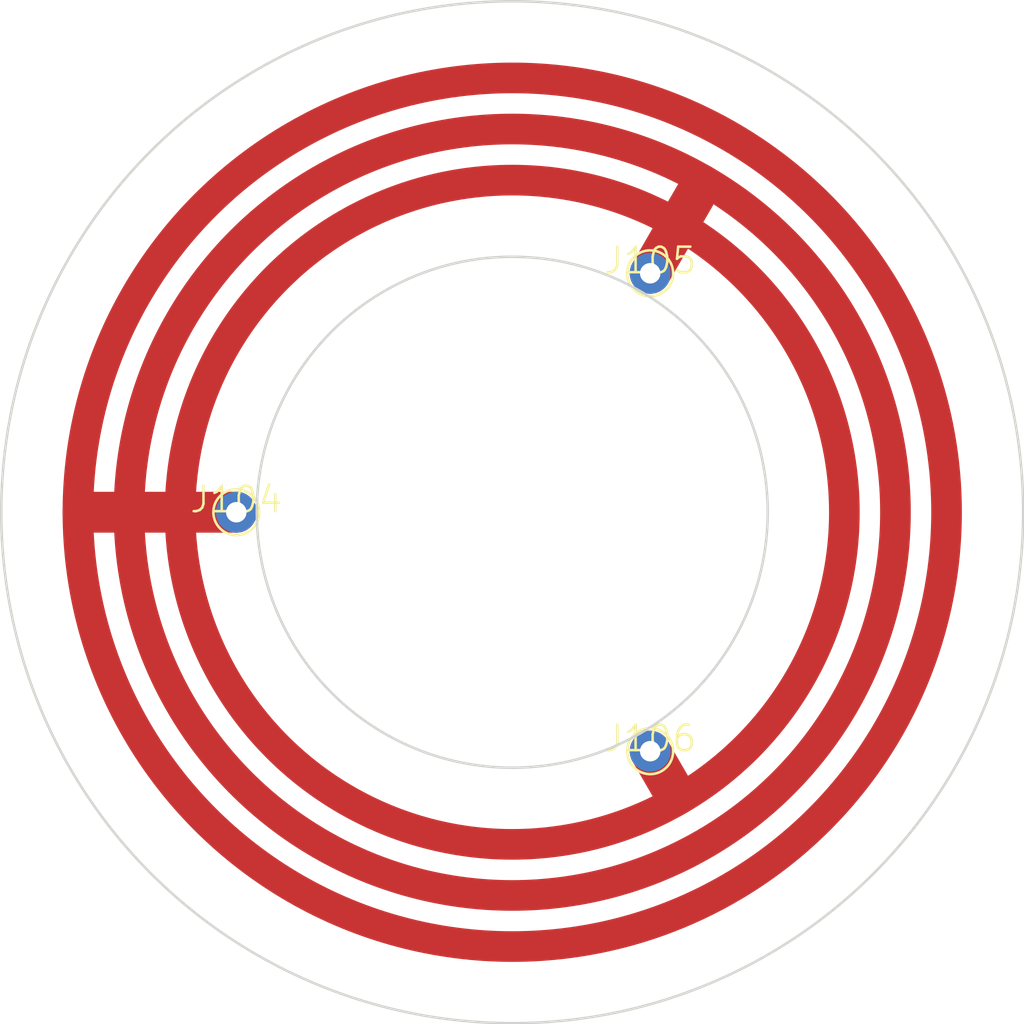
<source format=kicad_pcb>
(kicad_pcb (version 20221018) (generator pcbnew)
  (layers (0 "F.Cu" signal) (31 "B.Cu" signal) (34 "B.Paste" user) (35 "F.Paste" user) (36 "B.SilkS" user "B.Silkscreen") (37 "F.SilkS" user "F.Silkscreen") (38 "B.Mask" user) (39 "F.Mask" user) (44 "Edge.Cuts" user))
  (net 0 "")
  (footprint "my_1.6mm_pad:my_1.6mm_pad" (layer "F.Cu") (at 39.2 50)
    (fp_text reference "J104" (at 0 -0.5 unlocked) (layer "F.SilkS") (effects (font (thickness 0.1))))
    (fp_text value "Conn_01x01_Pin")
    (fp_circle (center 0 0) (end 0.635 -0.635) (stroke (width 0.1)) (fill none) (layer "F.SilkS"))
    (pad "1" thru_hole circle (at 0 0) (size 1.6 1.6) (drill 0.8) (layers "*.Cu" "*.Mask"))
  )
  (footprint "my_1.6mm_pad:my_1.6mm_pad" (layer "F.Cu") (at 55.4 40.647)
    (fp_text reference "J105" (at 0 -0.5 unlocked) (layer "F.SilkS") (effects (font (thickness 0.1))))
    (fp_text value "Conn_01x01_Pin")
    (fp_circle (center 0 0) (end 0.635 -0.635) (stroke (width 0.1)) (fill none) (layer "F.SilkS"))
    (pad "1" thru_hole circle (at 0 0) (size 1.6 1.6) (drill 0.8) (layers "*.Cu" "*.Mask"))
  )
  (footprint "my_1.6mm_pad:my_1.6mm_pad" (layer "F.Cu") (at 55.4 59.353)
    (fp_text reference "J106" (at 0 -0.5 unlocked) (layer "F.SilkS") (effects (font (thickness 0.1))))
    (fp_text value "Conn_01x01_Pin")
    (fp_circle (center 0 0) (end 0.635 -0.635) (stroke (width 0.1)) (fill none) (layer "F.SilkS"))
    (pad "1" thru_hole circle (at 0 0) (size 1.6 1.6) (drill 0.8) (layers "*.Cu" "*.Mask"))
  )
  (gr_line (start 55.4 59.353) (end 56.4 61.085) (stroke (width 1.6)) (layer "F.Cu"))
  (gr_circle (center 50 50) (end 67 50) (stroke (width 1.2)) (fill none) (layer "F.Cu"))
  (gr_line (start 55.4 40.647) (end 57.4 37.183) (stroke (width 1.6)) (layer "F.Cu"))
  (gr_circle (center 50 50) (end 65 50) (stroke (width 1.2)) (fill none) (layer "F.Cu"))
  (gr_line (start 39.2 50) (end 33.2 50) (stroke (width 1.6)) (layer "F.Cu"))
  (gr_circle (center 50 50) (end 63 50) (stroke (width 1.2)) (fill none) (layer "F.Cu"))
  (gr_circle (center 50 50) (end 60 50) (stroke (width 0.1)) (fill none) (layer "Edge.Cuts"))
  (gr_circle (center 50 50) (end 70 50) (stroke (width 0.1)) (fill none) (layer "Edge.Cuts"))
)
</source>
